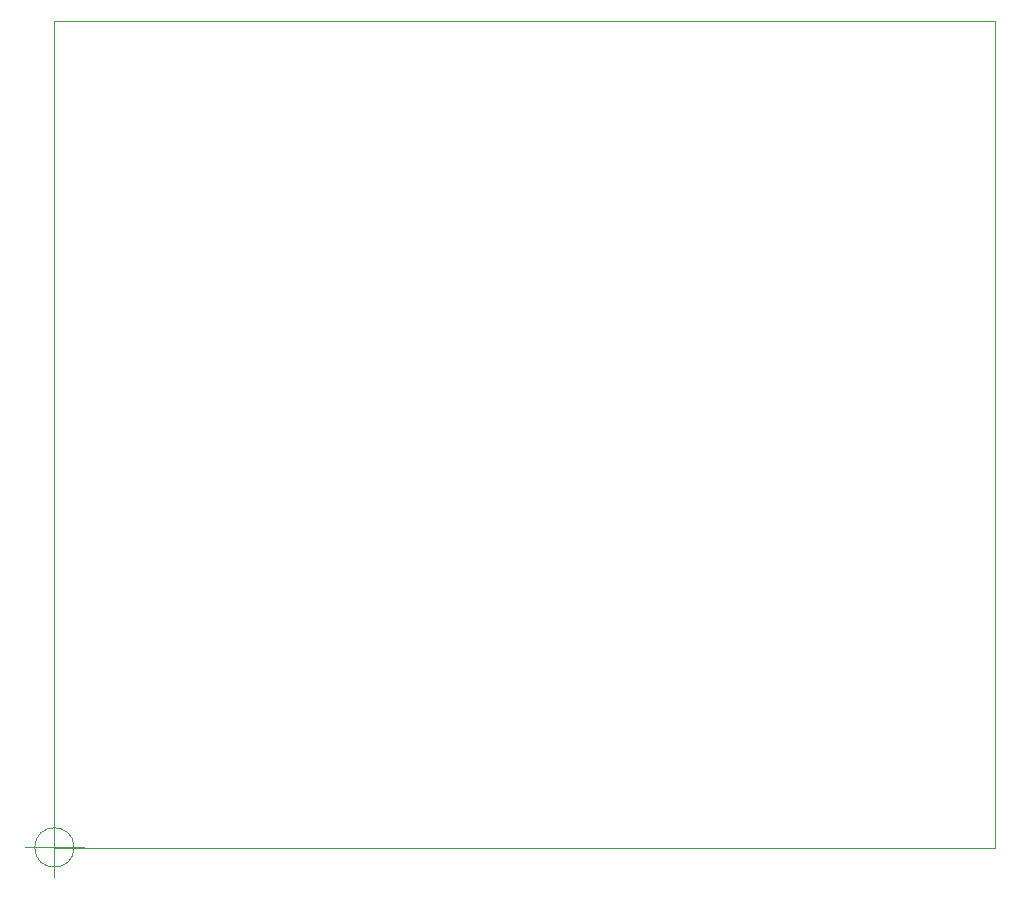
<source format=gbr>
%TF.GenerationSoftware,KiCad,Pcbnew,(6.0.4)*%
%TF.CreationDate,2022-10-12T20:42:57+02:00*%
%TF.ProjectId,swmeter,73776d65-7465-4722-9e6b-696361645f70,0.2*%
%TF.SameCoordinates,PX5d9f490PY775a330*%
%TF.FileFunction,Component,L2,Bot*%
%TF.FilePolarity,Positive*%
%FSLAX46Y46*%
G04 Gerber Fmt 4.6, Leading zero omitted, Abs format (unit mm)*
G04 Created by KiCad (PCBNEW (6.0.4)) date 2022-10-12 20:42:57*
%MOMM*%
%LPD*%
G01*
G04 APERTURE LIST*
%TA.AperFunction,Profile*%
%ADD10C,0.100000*%
%TD*%
G04 APERTURE END LIST*
D10*
X79620000Y69915000D02*
X-15000Y69915000D01*
X-15000Y69915000D02*
X-15000Y-35000D01*
X-15000Y-35000D02*
X79620000Y-35000D01*
X79620000Y-35000D02*
X79620000Y69915000D01*
X1666666Y-20000D02*
G75*
G03*
X1666666Y-20000I-1666666J0D01*
G01*
X-2500000Y-20000D02*
X2500000Y-20000D01*
X0Y2480000D02*
X0Y-2520000D01*
M02*

</source>
